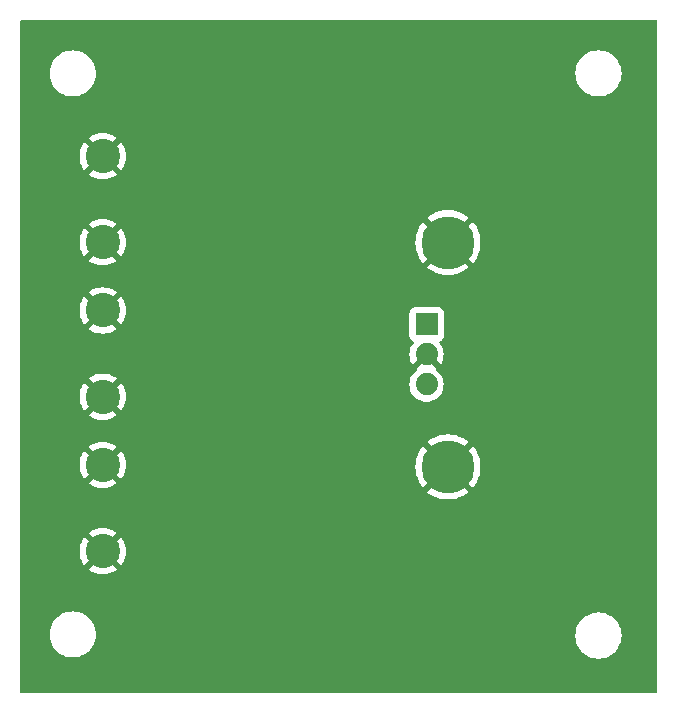
<source format=gbr>
%TF.GenerationSoftware,KiCad,Pcbnew,8.0.6*%
%TF.CreationDate,2024-11-13T20:54:41-08:00*%
%TF.ProjectId,Voltage_Regulator_for_ZX60-14LN-S+,566f6c74-6167-4655-9f52-6567756c6174,rev?*%
%TF.SameCoordinates,Original*%
%TF.FileFunction,Copper,L2,Bot*%
%TF.FilePolarity,Positive*%
%FSLAX46Y46*%
G04 Gerber Fmt 4.6, Leading zero omitted, Abs format (unit mm)*
G04 Created by KiCad (PCBNEW 8.0.6) date 2024-11-13 20:54:41*
%MOMM*%
%LPD*%
G01*
G04 APERTURE LIST*
%TA.AperFunction,ComponentPad*%
%ADD10C,2.910000*%
%TD*%
%TA.AperFunction,ComponentPad*%
%ADD11R,1.890000X1.890000*%
%TD*%
%TA.AperFunction,ComponentPad*%
%ADD12C,1.890000*%
%TD*%
%TA.AperFunction,ComponentPad*%
%ADD13C,4.500000*%
%TD*%
%TA.AperFunction,ViaPad*%
%ADD14C,0.600000*%
%TD*%
G04 APERTURE END LIST*
D10*
%TO.P,J1,3,3*%
%TO.N,GND*%
X135030000Y-88800000D03*
%TO.P,J1,4,4*%
X135030000Y-81500000D03*
%TD*%
D11*
%TO.P,IC1,1,INPUT*%
%TO.N,Net-(IC1-INPUT)*%
X162450000Y-95760000D03*
D12*
%TO.P,IC1,2,COMMON*%
%TO.N,GND*%
X162450000Y-98300000D03*
%TO.P,IC1,3,OUTPUT*%
%TO.N,Net-(IC1-OUTPUT)*%
X162450000Y-100840000D03*
%TD*%
D10*
%TO.P,J3,3,3*%
%TO.N,GND*%
X135030000Y-114950000D03*
%TO.P,J3,4,4*%
X135030000Y-107650000D03*
%TD*%
%TO.P,J2,3,3*%
%TO.N,GND*%
X135030000Y-101875000D03*
%TO.P,J2,4,4*%
X135030000Y-94575000D03*
%TD*%
D13*
%TO.P,U1,1,1*%
%TO.N,GND*%
X164259234Y-88821475D03*
%TO.P,U1,2,2*%
X164259234Y-107821475D03*
%TD*%
D14*
%TO.N,GND*%
X146500000Y-109500000D03*
X146500000Y-107500000D03*
X146500000Y-105500000D03*
X146500000Y-103500000D03*
X177000000Y-117000000D03*
X177000000Y-95235300D03*
X177000000Y-82176480D03*
X177000000Y-80000000D03*
X177000000Y-90882360D03*
X177000000Y-108294120D03*
X177000000Y-84352950D03*
X177000000Y-86529420D03*
X177000000Y-101764710D03*
X177000000Y-106117650D03*
X177000000Y-99588240D03*
X177000000Y-103941180D03*
X177000000Y-93058830D03*
X177000000Y-114823530D03*
X177000000Y-88705890D03*
X177000000Y-110470590D03*
X177000000Y-112647060D03*
X177000000Y-97411770D03*
X136000000Y-122000000D03*
X157764700Y-122000000D03*
X170823520Y-122000000D03*
X173000000Y-122000000D03*
X162117640Y-122000000D03*
X144705880Y-122000000D03*
X168647050Y-122000000D03*
X166470580Y-122000000D03*
X159941170Y-122000000D03*
X138176470Y-122000000D03*
X164294110Y-122000000D03*
X142529410Y-122000000D03*
X140352940Y-122000000D03*
X155588230Y-122000000D03*
X157264700Y-74500000D03*
X170323520Y-74500000D03*
X172500000Y-74500000D03*
X161617640Y-74500000D03*
X168147050Y-74500000D03*
X165970580Y-74500000D03*
X148558820Y-74500000D03*
X159441170Y-74500000D03*
X163794110Y-74500000D03*
X150735290Y-74500000D03*
X155088230Y-74500000D03*
X152911760Y-74500000D03*
X142029410Y-74500000D03*
X144205880Y-74500000D03*
X146382350Y-74500000D03*
X139852940Y-74500000D03*
X137676470Y-74500000D03*
X135500000Y-74500000D03*
%TD*%
%TA.AperFunction,Conductor*%
%TO.N,GND*%
G36*
X181942539Y-70020185D02*
G01*
X181988294Y-70072989D01*
X181999500Y-70124500D01*
X181999500Y-126875500D01*
X181979815Y-126942539D01*
X181927011Y-126988294D01*
X181875500Y-126999500D01*
X128124500Y-126999500D01*
X128057461Y-126979815D01*
X128011706Y-126927011D01*
X128000500Y-126875500D01*
X128000500Y-121999998D01*
X130544518Y-121999998D01*
X130544518Y-122000001D01*
X130564422Y-122278299D01*
X130623727Y-122550916D01*
X130623729Y-122550923D01*
X130661027Y-122650923D01*
X130721231Y-122812338D01*
X130721233Y-122812342D01*
X130854940Y-123057207D01*
X130854945Y-123057215D01*
X131022138Y-123280560D01*
X131022154Y-123280578D01*
X131219421Y-123477845D01*
X131219439Y-123477861D01*
X131442784Y-123645054D01*
X131442792Y-123645059D01*
X131687657Y-123778766D01*
X131687661Y-123778768D01*
X131687663Y-123778769D01*
X131949077Y-123876271D01*
X132085391Y-123905924D01*
X132221700Y-123935577D01*
X132221702Y-123935577D01*
X132221706Y-123935578D01*
X132469014Y-123953265D01*
X132499999Y-123955482D01*
X132500000Y-123955482D01*
X132500001Y-123955482D01*
X132527881Y-123953487D01*
X132778294Y-123935578D01*
X133050923Y-123876271D01*
X133312337Y-123778769D01*
X133557213Y-123645056D01*
X133780568Y-123477855D01*
X133977855Y-123280568D01*
X134145056Y-123057213D01*
X134278769Y-122812337D01*
X134376271Y-122550923D01*
X134435578Y-122278294D01*
X134448330Y-122099998D01*
X175044518Y-122099998D01*
X175044518Y-122100001D01*
X175064422Y-122378299D01*
X175123727Y-122650916D01*
X175123729Y-122650923D01*
X175131366Y-122671398D01*
X175221231Y-122912338D01*
X175221233Y-122912342D01*
X175354940Y-123157207D01*
X175354945Y-123157215D01*
X175522138Y-123380560D01*
X175522154Y-123380578D01*
X175719421Y-123577845D01*
X175719439Y-123577861D01*
X175942784Y-123745054D01*
X175942792Y-123745059D01*
X176187657Y-123878766D01*
X176187661Y-123878768D01*
X176187663Y-123878769D01*
X176449077Y-123976271D01*
X176585391Y-124005924D01*
X176721700Y-124035577D01*
X176721702Y-124035577D01*
X176721706Y-124035578D01*
X176969014Y-124053265D01*
X176999999Y-124055482D01*
X177000000Y-124055482D01*
X177000001Y-124055482D01*
X177027881Y-124053487D01*
X177278294Y-124035578D01*
X177550923Y-123976271D01*
X177812337Y-123878769D01*
X178057213Y-123745056D01*
X178280568Y-123577855D01*
X178477855Y-123380568D01*
X178645056Y-123157213D01*
X178778769Y-122912337D01*
X178876271Y-122650923D01*
X178935578Y-122378294D01*
X178955482Y-122100000D01*
X178935578Y-121821706D01*
X178934067Y-121814762D01*
X178876272Y-121549083D01*
X178876271Y-121549077D01*
X178778769Y-121287663D01*
X178724161Y-121187657D01*
X178645059Y-121042792D01*
X178645054Y-121042784D01*
X178477861Y-120819439D01*
X178477845Y-120819421D01*
X178280578Y-120622154D01*
X178280560Y-120622138D01*
X178057215Y-120454945D01*
X178057207Y-120454940D01*
X177812342Y-120321233D01*
X177812338Y-120321231D01*
X177713230Y-120284266D01*
X177550923Y-120223729D01*
X177550919Y-120223728D01*
X177550916Y-120223727D01*
X177278299Y-120164422D01*
X177000001Y-120144518D01*
X176999999Y-120144518D01*
X176721700Y-120164422D01*
X176449083Y-120223727D01*
X176449078Y-120223728D01*
X176449077Y-120223729D01*
X176385875Y-120247301D01*
X176187661Y-120321231D01*
X176187657Y-120321233D01*
X175942792Y-120454940D01*
X175942784Y-120454945D01*
X175719439Y-120622138D01*
X175719421Y-120622154D01*
X175522154Y-120819421D01*
X175522138Y-120819439D01*
X175354945Y-121042784D01*
X175354940Y-121042792D01*
X175221233Y-121287657D01*
X175221231Y-121287661D01*
X175123727Y-121549083D01*
X175064422Y-121821700D01*
X175044518Y-122099998D01*
X134448330Y-122099998D01*
X134455482Y-122000000D01*
X134435578Y-121721706D01*
X134417073Y-121636642D01*
X134376272Y-121449083D01*
X134376271Y-121449077D01*
X134278769Y-121187663D01*
X134268438Y-121168744D01*
X134145059Y-120942792D01*
X134145054Y-120942784D01*
X133977861Y-120719439D01*
X133977845Y-120719421D01*
X133780578Y-120522154D01*
X133780560Y-120522138D01*
X133557215Y-120354945D01*
X133557207Y-120354940D01*
X133312342Y-120221233D01*
X133312338Y-120221231D01*
X133213230Y-120184266D01*
X133050923Y-120123729D01*
X133050919Y-120123728D01*
X133050916Y-120123727D01*
X132778299Y-120064422D01*
X132500001Y-120044518D01*
X132499999Y-120044518D01*
X132221700Y-120064422D01*
X131949083Y-120123727D01*
X131949078Y-120123728D01*
X131949077Y-120123729D01*
X131893339Y-120144518D01*
X131687661Y-120221231D01*
X131687657Y-120221233D01*
X131442792Y-120354940D01*
X131442784Y-120354945D01*
X131219439Y-120522138D01*
X131219421Y-120522154D01*
X131022154Y-120719421D01*
X131022138Y-120719439D01*
X130854945Y-120942784D01*
X130854940Y-120942792D01*
X130721233Y-121187657D01*
X130721231Y-121187661D01*
X130623727Y-121449083D01*
X130564422Y-121721700D01*
X130544518Y-121999998D01*
X128000500Y-121999998D01*
X128000500Y-114949998D01*
X133070006Y-114949998D01*
X133070006Y-114950001D01*
X133089956Y-115228937D01*
X133089957Y-115228944D01*
X133149398Y-115502187D01*
X133247127Y-115764212D01*
X133247129Y-115764216D01*
X133381144Y-116009647D01*
X133381149Y-116009655D01*
X133482029Y-116144416D01*
X134018536Y-115607908D01*
X134110878Y-115735005D01*
X134244995Y-115869122D01*
X134372089Y-115961461D01*
X133835582Y-116497968D01*
X133835583Y-116497969D01*
X133970344Y-116598850D01*
X133970352Y-116598855D01*
X134215783Y-116732870D01*
X134215787Y-116732872D01*
X134477812Y-116830601D01*
X134751055Y-116890042D01*
X134751062Y-116890043D01*
X135029999Y-116909994D01*
X135030001Y-116909994D01*
X135308937Y-116890043D01*
X135308944Y-116890042D01*
X135582187Y-116830601D01*
X135844212Y-116732872D01*
X135844216Y-116732870D01*
X136089647Y-116598855D01*
X136089648Y-116598854D01*
X136224416Y-116497968D01*
X135687909Y-115961462D01*
X135815005Y-115869122D01*
X135949122Y-115735005D01*
X136041462Y-115607910D01*
X136577968Y-116144416D01*
X136678854Y-116009648D01*
X136678855Y-116009647D01*
X136812870Y-115764216D01*
X136812872Y-115764212D01*
X136910601Y-115502187D01*
X136970042Y-115228944D01*
X136970043Y-115228937D01*
X136989994Y-114950001D01*
X136989994Y-114949998D01*
X136970043Y-114671062D01*
X136970042Y-114671055D01*
X136910601Y-114397812D01*
X136812872Y-114135787D01*
X136812870Y-114135783D01*
X136678855Y-113890352D01*
X136678850Y-113890344D01*
X136577969Y-113755583D01*
X136577968Y-113755582D01*
X136041461Y-114292089D01*
X135949122Y-114164995D01*
X135815005Y-114030878D01*
X135687909Y-113938537D01*
X136224416Y-113402030D01*
X136224416Y-113402029D01*
X136089655Y-113301149D01*
X136089647Y-113301144D01*
X135844216Y-113167129D01*
X135844212Y-113167127D01*
X135582187Y-113069398D01*
X135308944Y-113009957D01*
X135308937Y-113009956D01*
X135030001Y-112990006D01*
X135029999Y-112990006D01*
X134751062Y-113009956D01*
X134751055Y-113009957D01*
X134477812Y-113069398D01*
X134215787Y-113167127D01*
X134215783Y-113167129D01*
X133970352Y-113301144D01*
X133970344Y-113301149D01*
X133835582Y-113402029D01*
X134372090Y-113938537D01*
X134244995Y-114030878D01*
X134110878Y-114164995D01*
X134018537Y-114292090D01*
X133482029Y-113755582D01*
X133381149Y-113890344D01*
X133381144Y-113890352D01*
X133247129Y-114135783D01*
X133247127Y-114135787D01*
X133149398Y-114397812D01*
X133089957Y-114671055D01*
X133089956Y-114671062D01*
X133070006Y-114949998D01*
X128000500Y-114949998D01*
X128000500Y-107649998D01*
X133070006Y-107649998D01*
X133070006Y-107650001D01*
X133089956Y-107928937D01*
X133089957Y-107928944D01*
X133149398Y-108202187D01*
X133247127Y-108464212D01*
X133247129Y-108464216D01*
X133381144Y-108709647D01*
X133381149Y-108709655D01*
X133482029Y-108844416D01*
X134018536Y-108307908D01*
X134110878Y-108435005D01*
X134244995Y-108569122D01*
X134372089Y-108661461D01*
X133835582Y-109197968D01*
X133835583Y-109197969D01*
X133970344Y-109298850D01*
X133970352Y-109298855D01*
X134215783Y-109432870D01*
X134215787Y-109432872D01*
X134477812Y-109530601D01*
X134751055Y-109590042D01*
X134751062Y-109590043D01*
X135029999Y-109609994D01*
X135030001Y-109609994D01*
X135308937Y-109590043D01*
X135308944Y-109590042D01*
X135582187Y-109530601D01*
X135844212Y-109432872D01*
X135844216Y-109432870D01*
X136089647Y-109298855D01*
X136089648Y-109298854D01*
X136224416Y-109197968D01*
X135687909Y-108661462D01*
X135815005Y-108569122D01*
X135949122Y-108435005D01*
X136041462Y-108307910D01*
X136577968Y-108844416D01*
X136678854Y-108709648D01*
X136678855Y-108709647D01*
X136812870Y-108464216D01*
X136812872Y-108464212D01*
X136910601Y-108202187D01*
X136970042Y-107928944D01*
X136970043Y-107928937D01*
X136977729Y-107821475D01*
X161504208Y-107821475D01*
X161524294Y-108153551D01*
X161584266Y-108480804D01*
X161683233Y-108798403D01*
X161683239Y-108798418D01*
X161819777Y-109101794D01*
X161819779Y-109101796D01*
X161991891Y-109386506D01*
X161991896Y-109386514D01*
X162145096Y-109582058D01*
X163036574Y-108690580D01*
X163115098Y-108798659D01*
X163282050Y-108965611D01*
X163390127Y-109044133D01*
X162498649Y-109935611D01*
X162498649Y-109935612D01*
X162694194Y-110088812D01*
X162694202Y-110088817D01*
X162978912Y-110260929D01*
X162978914Y-110260931D01*
X163282290Y-110397469D01*
X163282305Y-110397475D01*
X163599904Y-110496442D01*
X163927157Y-110556414D01*
X164259234Y-110576500D01*
X164591310Y-110556414D01*
X164918563Y-110496442D01*
X165236162Y-110397475D01*
X165236177Y-110397469D01*
X165539553Y-110260931D01*
X165539555Y-110260929D01*
X165824264Y-110088818D01*
X166019817Y-109935612D01*
X166019817Y-109935611D01*
X165128340Y-109044134D01*
X165236418Y-108965611D01*
X165403370Y-108798659D01*
X165481893Y-108690581D01*
X166373370Y-109582058D01*
X166373371Y-109582058D01*
X166526577Y-109386505D01*
X166698688Y-109101796D01*
X166698690Y-109101794D01*
X166835228Y-108798418D01*
X166835234Y-108798403D01*
X166934201Y-108480804D01*
X166994173Y-108153551D01*
X167014259Y-107821475D01*
X166994173Y-107489398D01*
X166934201Y-107162145D01*
X166835234Y-106844546D01*
X166835228Y-106844531D01*
X166698690Y-106541155D01*
X166698688Y-106541153D01*
X166526576Y-106256443D01*
X166526571Y-106256435D01*
X166373370Y-106060890D01*
X165481892Y-106952368D01*
X165403370Y-106844291D01*
X165236418Y-106677339D01*
X165128339Y-106598815D01*
X166019817Y-105707337D01*
X166019817Y-105707336D01*
X165824273Y-105554137D01*
X165824265Y-105554132D01*
X165539555Y-105382020D01*
X165539553Y-105382018D01*
X165236177Y-105245480D01*
X165236162Y-105245474D01*
X164918563Y-105146507D01*
X164591310Y-105086535D01*
X164259234Y-105066449D01*
X163927157Y-105086535D01*
X163599904Y-105146507D01*
X163282305Y-105245474D01*
X163282290Y-105245480D01*
X162978914Y-105382018D01*
X162978912Y-105382020D01*
X162694202Y-105554132D01*
X162498649Y-105707337D01*
X163390127Y-106598815D01*
X163282050Y-106677339D01*
X163115098Y-106844291D01*
X163036574Y-106952368D01*
X162145096Y-106060890D01*
X161991891Y-106256443D01*
X161819779Y-106541153D01*
X161819777Y-106541155D01*
X161683239Y-106844531D01*
X161683233Y-106844546D01*
X161584266Y-107162145D01*
X161524294Y-107489398D01*
X161504208Y-107821475D01*
X136977729Y-107821475D01*
X136989994Y-107650001D01*
X136989994Y-107649998D01*
X136970043Y-107371062D01*
X136970042Y-107371055D01*
X136910601Y-107097812D01*
X136812872Y-106835787D01*
X136812870Y-106835783D01*
X136678855Y-106590352D01*
X136678850Y-106590344D01*
X136577969Y-106455583D01*
X136577968Y-106455582D01*
X136041461Y-106992089D01*
X135949122Y-106864995D01*
X135815005Y-106730878D01*
X135687909Y-106638537D01*
X136224416Y-106102030D01*
X136224416Y-106102029D01*
X136089655Y-106001149D01*
X136089647Y-106001144D01*
X135844216Y-105867129D01*
X135844212Y-105867127D01*
X135582187Y-105769398D01*
X135308944Y-105709957D01*
X135308937Y-105709956D01*
X135030001Y-105690006D01*
X135029999Y-105690006D01*
X134751062Y-105709956D01*
X134751055Y-105709957D01*
X134477812Y-105769398D01*
X134215787Y-105867127D01*
X134215783Y-105867129D01*
X133970352Y-106001144D01*
X133970344Y-106001149D01*
X133835582Y-106102029D01*
X134372090Y-106638537D01*
X134244995Y-106730878D01*
X134110878Y-106864995D01*
X134018537Y-106992090D01*
X133482029Y-106455582D01*
X133381149Y-106590344D01*
X133381144Y-106590352D01*
X133247129Y-106835783D01*
X133247127Y-106835787D01*
X133149398Y-107097812D01*
X133089957Y-107371055D01*
X133089956Y-107371062D01*
X133070006Y-107649998D01*
X128000500Y-107649998D01*
X128000500Y-101874998D01*
X133070006Y-101874998D01*
X133070006Y-101875001D01*
X133089956Y-102153937D01*
X133089957Y-102153944D01*
X133149398Y-102427187D01*
X133247127Y-102689212D01*
X133247129Y-102689216D01*
X133381144Y-102934647D01*
X133381149Y-102934655D01*
X133482029Y-103069416D01*
X134018536Y-102532908D01*
X134110878Y-102660005D01*
X134244995Y-102794122D01*
X134372089Y-102886461D01*
X133835582Y-103422968D01*
X133835583Y-103422969D01*
X133970344Y-103523850D01*
X133970352Y-103523855D01*
X134215783Y-103657870D01*
X134215787Y-103657872D01*
X134477812Y-103755601D01*
X134751055Y-103815042D01*
X134751062Y-103815043D01*
X135029999Y-103834994D01*
X135030001Y-103834994D01*
X135308937Y-103815043D01*
X135308944Y-103815042D01*
X135582187Y-103755601D01*
X135844212Y-103657872D01*
X135844216Y-103657870D01*
X136089647Y-103523855D01*
X136089648Y-103523854D01*
X136224416Y-103422968D01*
X135687909Y-102886462D01*
X135815005Y-102794122D01*
X135949122Y-102660005D01*
X136041462Y-102532910D01*
X136577968Y-103069416D01*
X136678854Y-102934648D01*
X136678855Y-102934647D01*
X136812870Y-102689216D01*
X136812872Y-102689212D01*
X136910601Y-102427187D01*
X136970042Y-102153944D01*
X136970043Y-102153937D01*
X136989994Y-101875001D01*
X136989994Y-101874998D01*
X136970043Y-101596062D01*
X136970042Y-101596055D01*
X136910601Y-101322812D01*
X136812872Y-101060787D01*
X136812870Y-101060783D01*
X136692310Y-100839993D01*
X160999546Y-100839993D01*
X160999546Y-100840006D01*
X161019326Y-101078729D01*
X161019328Y-101078737D01*
X161078136Y-101310963D01*
X161170463Y-101521447D01*
X161174364Y-101530340D01*
X161305388Y-101730887D01*
X161467634Y-101907134D01*
X161525951Y-101952523D01*
X161656668Y-102054265D01*
X161656674Y-102054269D01*
X161656677Y-102054271D01*
X161829542Y-102147821D01*
X161846818Y-102157171D01*
X161867359Y-102168287D01*
X162093935Y-102246070D01*
X162330222Y-102285500D01*
X162330223Y-102285500D01*
X162569777Y-102285500D01*
X162569778Y-102285500D01*
X162806065Y-102246070D01*
X163032641Y-102168287D01*
X163243323Y-102054271D01*
X163432366Y-101907134D01*
X163594612Y-101730887D01*
X163725636Y-101530340D01*
X163821864Y-101310962D01*
X163880672Y-101078737D01*
X163880673Y-101078729D01*
X163900454Y-100840006D01*
X163900454Y-100839993D01*
X163880673Y-100601270D01*
X163880672Y-100601267D01*
X163880672Y-100601263D01*
X163821864Y-100369038D01*
X163725636Y-100149660D01*
X163594612Y-99949113D01*
X163432366Y-99772866D01*
X163297036Y-99667535D01*
X163256224Y-99610825D01*
X163252549Y-99541052D01*
X163280374Y-99492295D01*
X163280863Y-99484417D01*
X162682181Y-98885733D01*
X162748417Y-98858298D01*
X162851601Y-98789353D01*
X162939353Y-98701601D01*
X163008298Y-98598417D01*
X163035733Y-98532180D01*
X163633698Y-99130145D01*
X163725194Y-98990102D01*
X163821389Y-98770799D01*
X163880177Y-98538650D01*
X163899952Y-98300006D01*
X163899952Y-98299993D01*
X163880177Y-98061349D01*
X163821389Y-97829200D01*
X163725194Y-97609897D01*
X163594217Y-97409423D01*
X163594209Y-97409412D01*
X163551562Y-97363086D01*
X163520639Y-97300432D01*
X163528499Y-97231006D01*
X163572646Y-97176850D01*
X163599453Y-97162923D01*
X163637331Y-97148796D01*
X163752546Y-97062546D01*
X163838796Y-96947331D01*
X163889091Y-96812483D01*
X163895500Y-96752873D01*
X163895499Y-94767128D01*
X163889091Y-94707517D01*
X163838796Y-94572669D01*
X163838795Y-94572668D01*
X163838793Y-94572664D01*
X163752547Y-94457455D01*
X163752544Y-94457452D01*
X163637335Y-94371206D01*
X163637328Y-94371202D01*
X163502482Y-94320908D01*
X163502483Y-94320908D01*
X163442883Y-94314501D01*
X163442881Y-94314500D01*
X163442873Y-94314500D01*
X163442864Y-94314500D01*
X161457129Y-94314500D01*
X161457123Y-94314501D01*
X161397516Y-94320908D01*
X161262671Y-94371202D01*
X161262664Y-94371206D01*
X161147455Y-94457452D01*
X161147452Y-94457455D01*
X161061206Y-94572664D01*
X161061202Y-94572671D01*
X161010908Y-94707517D01*
X161004501Y-94767116D01*
X161004501Y-94767123D01*
X161004500Y-94767135D01*
X161004500Y-96752870D01*
X161004501Y-96752876D01*
X161010908Y-96812483D01*
X161061202Y-96947328D01*
X161061206Y-96947335D01*
X161147452Y-97062544D01*
X161147455Y-97062547D01*
X161262664Y-97148793D01*
X161262673Y-97148798D01*
X161300539Y-97162921D01*
X161356473Y-97204791D01*
X161380891Y-97270255D01*
X161366040Y-97338529D01*
X161348438Y-97363084D01*
X161305790Y-97409412D01*
X161305782Y-97409423D01*
X161174805Y-97609897D01*
X161078610Y-97829200D01*
X161019822Y-98061349D01*
X161000048Y-98299993D01*
X161000048Y-98300006D01*
X161019822Y-98538650D01*
X161078610Y-98770799D01*
X161174804Y-98990100D01*
X161266299Y-99130144D01*
X161864265Y-98532178D01*
X161891702Y-98598417D01*
X161960647Y-98701601D01*
X162048399Y-98789353D01*
X162151583Y-98858298D01*
X162217818Y-98885733D01*
X161619135Y-99484417D01*
X161619807Y-99495237D01*
X161643774Y-99528540D01*
X161647449Y-99598313D01*
X161612818Y-99658996D01*
X161602962Y-99667536D01*
X161467636Y-99772864D01*
X161467631Y-99772869D01*
X161305385Y-99949116D01*
X161174362Y-100149663D01*
X161078136Y-100369036D01*
X161019328Y-100601262D01*
X161019326Y-100601270D01*
X160999546Y-100839993D01*
X136692310Y-100839993D01*
X136678855Y-100815352D01*
X136678850Y-100815344D01*
X136577969Y-100680583D01*
X136577968Y-100680582D01*
X136041461Y-101217089D01*
X135949122Y-101089995D01*
X135815005Y-100955878D01*
X135687909Y-100863537D01*
X136224416Y-100327030D01*
X136224416Y-100327029D01*
X136089655Y-100226149D01*
X136089647Y-100226144D01*
X135844216Y-100092129D01*
X135844212Y-100092127D01*
X135582187Y-99994398D01*
X135308944Y-99934957D01*
X135308937Y-99934956D01*
X135030001Y-99915006D01*
X135029999Y-99915006D01*
X134751062Y-99934956D01*
X134751055Y-99934957D01*
X134477812Y-99994398D01*
X134215787Y-100092127D01*
X134215783Y-100092129D01*
X133970352Y-100226144D01*
X133970344Y-100226149D01*
X133835582Y-100327029D01*
X134372090Y-100863537D01*
X134244995Y-100955878D01*
X134110878Y-101089995D01*
X134018537Y-101217090D01*
X133482029Y-100680582D01*
X133381149Y-100815344D01*
X133381144Y-100815352D01*
X133247129Y-101060783D01*
X133247127Y-101060787D01*
X133149398Y-101322812D01*
X133089957Y-101596055D01*
X133089956Y-101596062D01*
X133070006Y-101874998D01*
X128000500Y-101874998D01*
X128000500Y-94574998D01*
X133070006Y-94574998D01*
X133070006Y-94575001D01*
X133089956Y-94853937D01*
X133089957Y-94853944D01*
X133149398Y-95127187D01*
X133247127Y-95389212D01*
X133247129Y-95389216D01*
X133381144Y-95634647D01*
X133381149Y-95634655D01*
X133482029Y-95769416D01*
X134018536Y-95232908D01*
X134110878Y-95360005D01*
X134244995Y-95494122D01*
X134372089Y-95586461D01*
X133835582Y-96122968D01*
X133835583Y-96122969D01*
X133970344Y-96223850D01*
X133970352Y-96223855D01*
X134215783Y-96357870D01*
X134215787Y-96357872D01*
X134477812Y-96455601D01*
X134751055Y-96515042D01*
X134751062Y-96515043D01*
X135029999Y-96534994D01*
X135030001Y-96534994D01*
X135308937Y-96515043D01*
X135308944Y-96515042D01*
X135582187Y-96455601D01*
X135844212Y-96357872D01*
X135844216Y-96357870D01*
X136089647Y-96223855D01*
X136089648Y-96223854D01*
X136224416Y-96122968D01*
X135687909Y-95586462D01*
X135815005Y-95494122D01*
X135949122Y-95360005D01*
X136041462Y-95232910D01*
X136577968Y-95769416D01*
X136678854Y-95634648D01*
X136678855Y-95634647D01*
X136812870Y-95389216D01*
X136812872Y-95389212D01*
X136910601Y-95127187D01*
X136970042Y-94853944D01*
X136970043Y-94853937D01*
X136989994Y-94575001D01*
X136989994Y-94574998D01*
X136970043Y-94296062D01*
X136970042Y-94296055D01*
X136910601Y-94022812D01*
X136812872Y-93760787D01*
X136812870Y-93760783D01*
X136678855Y-93515352D01*
X136678850Y-93515344D01*
X136577969Y-93380583D01*
X136577968Y-93380582D01*
X136041461Y-93917089D01*
X135949122Y-93789995D01*
X135815005Y-93655878D01*
X135687909Y-93563537D01*
X136224416Y-93027030D01*
X136224416Y-93027029D01*
X136089655Y-92926149D01*
X136089647Y-92926144D01*
X135844216Y-92792129D01*
X135844212Y-92792127D01*
X135582187Y-92694398D01*
X135308944Y-92634957D01*
X135308937Y-92634956D01*
X135030001Y-92615006D01*
X135029999Y-92615006D01*
X134751062Y-92634956D01*
X134751055Y-92634957D01*
X134477812Y-92694398D01*
X134215787Y-92792127D01*
X134215783Y-92792129D01*
X133970352Y-92926144D01*
X133970344Y-92926149D01*
X133835582Y-93027029D01*
X134372090Y-93563537D01*
X134244995Y-93655878D01*
X134110878Y-93789995D01*
X134018537Y-93917090D01*
X133482029Y-93380582D01*
X133381149Y-93515344D01*
X133381144Y-93515352D01*
X133247129Y-93760783D01*
X133247127Y-93760787D01*
X133149398Y-94022812D01*
X133089957Y-94296055D01*
X133089956Y-94296062D01*
X133070006Y-94574998D01*
X128000500Y-94574998D01*
X128000500Y-88799998D01*
X133070006Y-88799998D01*
X133070006Y-88800001D01*
X133089956Y-89078937D01*
X133089957Y-89078944D01*
X133149398Y-89352187D01*
X133247127Y-89614212D01*
X133247129Y-89614216D01*
X133381144Y-89859647D01*
X133381149Y-89859655D01*
X133482029Y-89994416D01*
X134018536Y-89457908D01*
X134110878Y-89585005D01*
X134244995Y-89719122D01*
X134372089Y-89811461D01*
X133835582Y-90347968D01*
X133835583Y-90347969D01*
X133970344Y-90448850D01*
X133970352Y-90448855D01*
X134215783Y-90582870D01*
X134215787Y-90582872D01*
X134477812Y-90680601D01*
X134751055Y-90740042D01*
X134751062Y-90740043D01*
X135029999Y-90759994D01*
X135030001Y-90759994D01*
X135308937Y-90740043D01*
X135308944Y-90740042D01*
X135582187Y-90680601D01*
X135844212Y-90582872D01*
X135844216Y-90582870D01*
X136089647Y-90448855D01*
X136089648Y-90448854D01*
X136224416Y-90347968D01*
X135687909Y-89811462D01*
X135815005Y-89719122D01*
X135949122Y-89585005D01*
X136041462Y-89457910D01*
X136577968Y-89994416D01*
X136678854Y-89859648D01*
X136678855Y-89859647D01*
X136812870Y-89614216D01*
X136812872Y-89614212D01*
X136910601Y-89352187D01*
X136970042Y-89078944D01*
X136970043Y-89078937D01*
X136988458Y-88821475D01*
X161504208Y-88821475D01*
X161524294Y-89153551D01*
X161584266Y-89480804D01*
X161683233Y-89798403D01*
X161683239Y-89798418D01*
X161819777Y-90101794D01*
X161819779Y-90101796D01*
X161991891Y-90386506D01*
X161991896Y-90386514D01*
X162145096Y-90582058D01*
X163036574Y-89690580D01*
X163115098Y-89798659D01*
X163282050Y-89965611D01*
X163390127Y-90044133D01*
X162498649Y-90935611D01*
X162498649Y-90935612D01*
X162694194Y-91088812D01*
X162694202Y-91088817D01*
X162978912Y-91260929D01*
X162978914Y-91260931D01*
X163282290Y-91397469D01*
X163282305Y-91397475D01*
X163599904Y-91496442D01*
X163927157Y-91556414D01*
X164259234Y-91576500D01*
X164591310Y-91556414D01*
X164918563Y-91496442D01*
X165236162Y-91397475D01*
X165236177Y-91397469D01*
X165539553Y-91260931D01*
X165539555Y-91260929D01*
X165824264Y-91088818D01*
X166019817Y-90935612D01*
X166019817Y-90935611D01*
X165128340Y-90044134D01*
X165236418Y-89965611D01*
X165403370Y-89798659D01*
X165481893Y-89690581D01*
X166373370Y-90582058D01*
X166373371Y-90582058D01*
X166526577Y-90386505D01*
X166698688Y-90101796D01*
X166698690Y-90101794D01*
X166835228Y-89798418D01*
X166835234Y-89798403D01*
X166934201Y-89480804D01*
X166994173Y-89153551D01*
X167014259Y-88821475D01*
X166994173Y-88489398D01*
X166934201Y-88162145D01*
X166835234Y-87844546D01*
X166835228Y-87844531D01*
X166698690Y-87541155D01*
X166698688Y-87541153D01*
X166526576Y-87256443D01*
X166526571Y-87256435D01*
X166373370Y-87060890D01*
X165481892Y-87952368D01*
X165403370Y-87844291D01*
X165236418Y-87677339D01*
X165128339Y-87598815D01*
X166019817Y-86707337D01*
X166019817Y-86707336D01*
X165824273Y-86554137D01*
X165824265Y-86554132D01*
X165539555Y-86382020D01*
X165539553Y-86382018D01*
X165236177Y-86245480D01*
X165236162Y-86245474D01*
X164918563Y-86146507D01*
X164591310Y-86086535D01*
X164259234Y-86066449D01*
X163927157Y-86086535D01*
X163599904Y-86146507D01*
X163282305Y-86245474D01*
X163282290Y-86245480D01*
X162978914Y-86382018D01*
X162978912Y-86382020D01*
X162694202Y-86554132D01*
X162498649Y-86707337D01*
X163390127Y-87598815D01*
X163282050Y-87677339D01*
X163115098Y-87844291D01*
X163036574Y-87952368D01*
X162145096Y-87060890D01*
X161991891Y-87256443D01*
X161819779Y-87541153D01*
X161819777Y-87541155D01*
X161683239Y-87844531D01*
X161683233Y-87844546D01*
X161584266Y-88162145D01*
X161524294Y-88489398D01*
X161504208Y-88821475D01*
X136988458Y-88821475D01*
X136989994Y-88800001D01*
X136989994Y-88799998D01*
X136970043Y-88521062D01*
X136970042Y-88521055D01*
X136910601Y-88247812D01*
X136812872Y-87985787D01*
X136812870Y-87985783D01*
X136678855Y-87740352D01*
X136678850Y-87740344D01*
X136577969Y-87605583D01*
X136577968Y-87605582D01*
X136041461Y-88142089D01*
X135949122Y-88014995D01*
X135815005Y-87880878D01*
X135687909Y-87788537D01*
X136224416Y-87252030D01*
X136224416Y-87252029D01*
X136089655Y-87151149D01*
X136089647Y-87151144D01*
X135844216Y-87017129D01*
X135844212Y-87017127D01*
X135582187Y-86919398D01*
X135308944Y-86859957D01*
X135308937Y-86859956D01*
X135030001Y-86840006D01*
X135029999Y-86840006D01*
X134751062Y-86859956D01*
X134751055Y-86859957D01*
X134477812Y-86919398D01*
X134215787Y-87017127D01*
X134215783Y-87017129D01*
X133970352Y-87151144D01*
X133970344Y-87151149D01*
X133835582Y-87252029D01*
X134372090Y-87788537D01*
X134244995Y-87880878D01*
X134110878Y-88014995D01*
X134018537Y-88142090D01*
X133482029Y-87605582D01*
X133381149Y-87740344D01*
X133381144Y-87740352D01*
X133247129Y-87985783D01*
X133247127Y-87985787D01*
X133149398Y-88247812D01*
X133089957Y-88521055D01*
X133089956Y-88521062D01*
X133070006Y-88799998D01*
X128000500Y-88799998D01*
X128000500Y-81499998D01*
X133070006Y-81499998D01*
X133070006Y-81500001D01*
X133089956Y-81778937D01*
X133089957Y-81778944D01*
X133149398Y-82052187D01*
X133247127Y-82314212D01*
X133247129Y-82314216D01*
X133381144Y-82559647D01*
X133381149Y-82559655D01*
X133482029Y-82694416D01*
X134018536Y-82157908D01*
X134110878Y-82285005D01*
X134244995Y-82419122D01*
X134372089Y-82511461D01*
X133835582Y-83047968D01*
X133835583Y-83047969D01*
X133970344Y-83148850D01*
X133970352Y-83148855D01*
X134215783Y-83282870D01*
X134215787Y-83282872D01*
X134477812Y-83380601D01*
X134751055Y-83440042D01*
X134751062Y-83440043D01*
X135029999Y-83459994D01*
X135030001Y-83459994D01*
X135308937Y-83440043D01*
X135308944Y-83440042D01*
X135582187Y-83380601D01*
X135844212Y-83282872D01*
X135844216Y-83282870D01*
X136089647Y-83148855D01*
X136089648Y-83148854D01*
X136224416Y-83047968D01*
X135687909Y-82511462D01*
X135815005Y-82419122D01*
X135949122Y-82285005D01*
X136041462Y-82157910D01*
X136577968Y-82694416D01*
X136678854Y-82559648D01*
X136678855Y-82559647D01*
X136812870Y-82314216D01*
X136812872Y-82314212D01*
X136910601Y-82052187D01*
X136970042Y-81778944D01*
X136970043Y-81778937D01*
X136989994Y-81500001D01*
X136989994Y-81499998D01*
X136970043Y-81221062D01*
X136970042Y-81221055D01*
X136910601Y-80947812D01*
X136812872Y-80685787D01*
X136812870Y-80685783D01*
X136678855Y-80440352D01*
X136678850Y-80440344D01*
X136577969Y-80305583D01*
X136577968Y-80305582D01*
X136041461Y-80842089D01*
X135949122Y-80714995D01*
X135815005Y-80580878D01*
X135687909Y-80488537D01*
X136224416Y-79952030D01*
X136224416Y-79952029D01*
X136089655Y-79851149D01*
X136089647Y-79851144D01*
X135844216Y-79717129D01*
X135844212Y-79717127D01*
X135582187Y-79619398D01*
X135308944Y-79559957D01*
X135308937Y-79559956D01*
X135030001Y-79540006D01*
X135029999Y-79540006D01*
X134751062Y-79559956D01*
X134751055Y-79559957D01*
X134477812Y-79619398D01*
X134215787Y-79717127D01*
X134215783Y-79717129D01*
X133970352Y-79851144D01*
X133970344Y-79851149D01*
X133835582Y-79952029D01*
X134372090Y-80488537D01*
X134244995Y-80580878D01*
X134110878Y-80714995D01*
X134018537Y-80842090D01*
X133482029Y-80305582D01*
X133381149Y-80440344D01*
X133381144Y-80440352D01*
X133247129Y-80685783D01*
X133247127Y-80685787D01*
X133149398Y-80947812D01*
X133089957Y-81221055D01*
X133089956Y-81221062D01*
X133070006Y-81499998D01*
X128000500Y-81499998D01*
X128000500Y-74499998D01*
X130544518Y-74499998D01*
X130544518Y-74500001D01*
X130564422Y-74778299D01*
X130623727Y-75050916D01*
X130623729Y-75050923D01*
X130668664Y-75171398D01*
X130721231Y-75312338D01*
X130721233Y-75312342D01*
X130854940Y-75557207D01*
X130854945Y-75557215D01*
X131022138Y-75780560D01*
X131022154Y-75780578D01*
X131219421Y-75977845D01*
X131219439Y-75977861D01*
X131442784Y-76145054D01*
X131442792Y-76145059D01*
X131687657Y-76278766D01*
X131687661Y-76278768D01*
X131687663Y-76278769D01*
X131949077Y-76376271D01*
X132085391Y-76405924D01*
X132221700Y-76435577D01*
X132221702Y-76435577D01*
X132221706Y-76435578D01*
X132469014Y-76453265D01*
X132499999Y-76455482D01*
X132500000Y-76455482D01*
X132500001Y-76455482D01*
X132527881Y-76453487D01*
X132778294Y-76435578D01*
X133050923Y-76376271D01*
X133312337Y-76278769D01*
X133557213Y-76145056D01*
X133780568Y-75977855D01*
X133977855Y-75780568D01*
X134145056Y-75557213D01*
X134278769Y-75312337D01*
X134376271Y-75050923D01*
X134435578Y-74778294D01*
X134455482Y-74500000D01*
X134455482Y-74499998D01*
X175044518Y-74499998D01*
X175044518Y-74500001D01*
X175064422Y-74778299D01*
X175123727Y-75050916D01*
X175123729Y-75050923D01*
X175168664Y-75171398D01*
X175221231Y-75312338D01*
X175221233Y-75312342D01*
X175354940Y-75557207D01*
X175354945Y-75557215D01*
X175522138Y-75780560D01*
X175522154Y-75780578D01*
X175719421Y-75977845D01*
X175719439Y-75977861D01*
X175942784Y-76145054D01*
X175942792Y-76145059D01*
X176187657Y-76278766D01*
X176187661Y-76278768D01*
X176187663Y-76278769D01*
X176449077Y-76376271D01*
X176585391Y-76405924D01*
X176721700Y-76435577D01*
X176721702Y-76435577D01*
X176721706Y-76435578D01*
X176969014Y-76453265D01*
X176999999Y-76455482D01*
X177000000Y-76455482D01*
X177000001Y-76455482D01*
X177027881Y-76453487D01*
X177278294Y-76435578D01*
X177550923Y-76376271D01*
X177812337Y-76278769D01*
X178057213Y-76145056D01*
X178280568Y-75977855D01*
X178477855Y-75780568D01*
X178645056Y-75557213D01*
X178778769Y-75312337D01*
X178876271Y-75050923D01*
X178935578Y-74778294D01*
X178955482Y-74500000D01*
X178935578Y-74221706D01*
X178917073Y-74136642D01*
X178876272Y-73949083D01*
X178876271Y-73949077D01*
X178778769Y-73687663D01*
X178645056Y-73442787D01*
X178645054Y-73442784D01*
X178477861Y-73219439D01*
X178477845Y-73219421D01*
X178280578Y-73022154D01*
X178280560Y-73022138D01*
X178057215Y-72854945D01*
X178057207Y-72854940D01*
X177812342Y-72721233D01*
X177812338Y-72721231D01*
X177713230Y-72684266D01*
X177550923Y-72623729D01*
X177550919Y-72623728D01*
X177550916Y-72623727D01*
X177278299Y-72564422D01*
X177000001Y-72544518D01*
X176999999Y-72544518D01*
X176721700Y-72564422D01*
X176449083Y-72623727D01*
X176449078Y-72623728D01*
X176449077Y-72623729D01*
X176385875Y-72647301D01*
X176187661Y-72721231D01*
X176187657Y-72721233D01*
X175942792Y-72854940D01*
X175942784Y-72854945D01*
X175719439Y-73022138D01*
X175719421Y-73022154D01*
X175522154Y-73219421D01*
X175522138Y-73219439D01*
X175354945Y-73442784D01*
X175354940Y-73442792D01*
X175221233Y-73687657D01*
X175221231Y-73687661D01*
X175123727Y-73949083D01*
X175064422Y-74221700D01*
X175044518Y-74499998D01*
X134455482Y-74499998D01*
X134435578Y-74221706D01*
X134417073Y-74136642D01*
X134376272Y-73949083D01*
X134376271Y-73949077D01*
X134278769Y-73687663D01*
X134145056Y-73442787D01*
X134145054Y-73442784D01*
X133977861Y-73219439D01*
X133977845Y-73219421D01*
X133780578Y-73022154D01*
X133780560Y-73022138D01*
X133557215Y-72854945D01*
X133557207Y-72854940D01*
X133312342Y-72721233D01*
X133312338Y-72721231D01*
X133213230Y-72684266D01*
X133050923Y-72623729D01*
X133050919Y-72623728D01*
X133050916Y-72623727D01*
X132778299Y-72564422D01*
X132500001Y-72544518D01*
X132499999Y-72544518D01*
X132221700Y-72564422D01*
X131949083Y-72623727D01*
X131949078Y-72623728D01*
X131949077Y-72623729D01*
X131885875Y-72647301D01*
X131687661Y-72721231D01*
X131687657Y-72721233D01*
X131442792Y-72854940D01*
X131442784Y-72854945D01*
X131219439Y-73022138D01*
X131219421Y-73022154D01*
X131022154Y-73219421D01*
X131022138Y-73219439D01*
X130854945Y-73442784D01*
X130854940Y-73442792D01*
X130721233Y-73687657D01*
X130721231Y-73687661D01*
X130623727Y-73949083D01*
X130564422Y-74221700D01*
X130544518Y-74499998D01*
X128000500Y-74499998D01*
X128000500Y-70124500D01*
X128020185Y-70057461D01*
X128072989Y-70011706D01*
X128124500Y-70000500D01*
X181875500Y-70000500D01*
X181942539Y-70020185D01*
G37*
%TD.AperFunction*%
%TD*%
M02*

</source>
